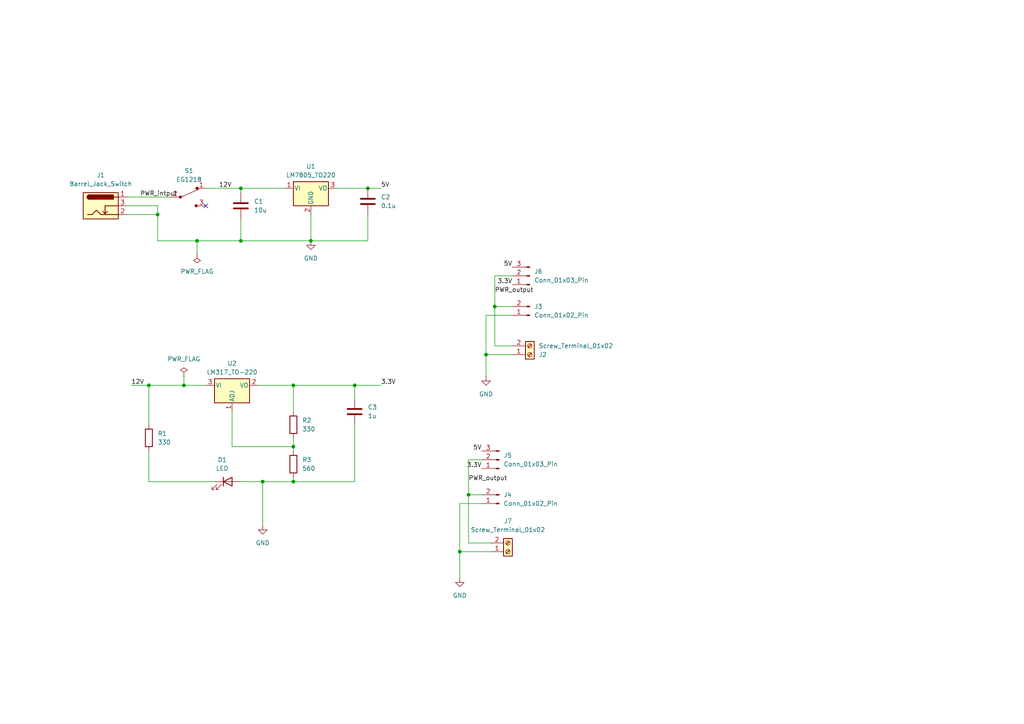
<source format=kicad_sch>
(kicad_sch (version 20250114) (generator "eeschema") (generator_version "9.0")
  (paper "A4")
  (lib_symbols
    (symbol "Connector:Barrel_Jack_Switch" (pin_names (hide yes))
      (property "Reference" "J" (at 0 5.334 0))
      (property "Value" "Barrel_Jack_Switch" (at 0 -5.08 0))
      (symbol "Barrel_Jack_Switch_0_1"
        (rectangle (start -5.08 3.81) (end 5.08 -3.81) (stroke (width 0.254)) (fill (type background)))
        (polyline (pts (xy -3.81 -2.54) (xy -2.54 -2.54) (xy -1.27 -1.27) (xy 0 -2.54) (xy 2.54 -2.54) (xy 5.08 -2.54)) (stroke (width 0.254)))
        (arc (start -3.302 1.905) (mid -3.9343 2.54) (end -3.302 3.175) (stroke (width 0.254)))
        (arc (start -3.302 1.905) (mid -3.9343 2.54) (end -3.302 3.175) (stroke (width 0.254)) (fill (type outline)))
        (polyline (pts (xy 1.27 -2.286) (xy 1.905 -1.651)) (stroke (width 0.254)))
        (rectangle (start 3.683 3.175) (end -3.302 1.905) (stroke (width 0.254)) (fill (type outline)))
        (polyline (pts (xy 5.08 2.54) (xy 3.81 2.54)) (stroke (width 0.254)))
        (polyline (pts (xy 5.08 0) (xy 1.27 0) (xy 1.27 -2.286) (xy 0.635 -1.651)) (stroke (width 0.254)))
      )
      (symbol "Barrel_Jack_Switch_1_1"
        (pin passive line (at 7.62 2.54 180) (length 2.54) (name "~") (number "1"))
        (pin passive line (at 7.62 0 180) (length 2.54) (name "~") (number "3"))
        (pin passive line (at 7.62 -2.54 180) (length 2.54) (name "~") (number "2"))
      )
    )
    (symbol "Connector:Conn_01x02_Pin" (pin_names (offset 1.016) (hide yes))
      (property "Reference" "J" (at 0 2.54 0))
      (property "Value" "Conn_01x02_Pin" (at 0 -5.08 0))
      (symbol "Conn_01x02_Pin_1_1"
        (rectangle (start 0.8636 0.127) (end 0 -0.127) (stroke (width 0.1524)) (fill (type outline)))
        (rectangle (start 0.8636 -2.413) (end 0 -2.667) (stroke (width 0.1524)) (fill (type outline)))
        (polyline (pts (xy 1.27 0) (xy 0.8636 0)) (stroke (width 0.1524)))
        (polyline (pts (xy 1.27 -2.54) (xy 0.8636 -2.54)) (stroke (width 0.1524)))
        (pin passive line (at 5.08 0 180) (length 3.81) (name "Pin_1") (number "1"))
        (pin passive line (at 5.08 -2.54 180) (length 3.81) (name "Pin_2") (number "2"))
      )
    )
    (symbol "Connector:Conn_01x03_Pin" (pin_names (offset 1.016) (hide yes))
      (property "Reference" "J" (at 0 5.08 0))
      (property "Value" "Conn_01x03_Pin" (at 0 -5.08 0))
      (symbol "Conn_01x03_Pin_1_1"
        (rectangle (start 0.8636 2.667) (end 0 2.413) (stroke (width 0.1524)) (fill (type outline)))
        (rectangle (start 0.8636 0.127) (end 0 -0.127) (stroke (width 0.1524)) (fill (type outline)))
        (rectangle (start 0.8636 -2.413) (end 0 -2.667) (stroke (width 0.1524)) (fill (type outline)))
        (polyline (pts (xy 1.27 2.54) (xy 0.8636 2.54)) (stroke (width 0.1524)))
        (polyline (pts (xy 1.27 0) (xy 0.8636 0)) (stroke (width 0.1524)))
        (polyline (pts (xy 1.27 -2.54) (xy 0.8636 -2.54)) (stroke (width 0.1524)))
        (pin passive line (at 5.08 2.54 180) (length 3.81) (name "Pin_1") (number "1"))
        (pin passive line (at 5.08 0 180) (length 3.81) (name "Pin_2") (number "2"))
        (pin passive line (at 5.08 -2.54 180) (length 3.81) (name "Pin_3") (number "3"))
      )
    )
    (symbol "Connector:Screw_Terminal_01x02" (pin_names (offset 1.016) (hide yes))
      (property "Reference" "J" (at 0 2.54 0))
      (property "Value" "Screw_Terminal_01x02" (at 0 -5.08 0))
      (symbol "Screw_Terminal_01x02_1_1"
        (rectangle (start -1.27 1.27) (end 1.27 -3.81) (stroke (width 0.254)) (fill (type background)))
        (polyline (pts (xy -0.5334 0.3302) (xy 0.3302 -0.508)) (stroke (width 0.1524)))
        (polyline (pts (xy -0.5334 -2.2098) (xy 0.3302 -3.048)) (stroke (width 0.1524)))
        (polyline (pts (xy -0.3556 0.508) (xy 0.508 -0.3302)) (stroke (width 0.1524)))
        (polyline (pts (xy -0.3556 -2.032) (xy 0.508 -2.8702)) (stroke (width 0.1524)))
        (circle (center 0 0) (radius 0.635) (stroke (width 0.1524)))
        (circle (center 0 -2.54) (radius 0.635) (stroke (width 0.1524)))
        (pin passive line (at -5.08 0 0) (length 3.81) (name "Pin_1") (number "1"))
        (pin passive line (at -5.08 -2.54 0) (length 3.81) (name "Pin_2") (number "2"))
      )
    )
    (symbol "Device:C" (pin_numbers (hide yes)) (pin_names (offset 0.254))
      (property "Reference" "C" (at 0.635 2.54 0))
      (property "Value" "C" (at 0.635 -2.54 0))
      (symbol "C_0_1"
        (polyline (pts (xy -2.032 0.762) (xy 2.032 0.762)) (stroke (width 0.508)))
        (polyline (pts (xy -2.032 -0.762) (xy 2.032 -0.762)) (stroke (width 0.508)))
      )
      (symbol "C_1_1"
        (pin passive line (at 0 3.81 270) (length 2.794) (name "~") (number "1"))
        (pin passive line (at 0 -3.81 90) (length 2.794) (name "~") (number "2"))
      )
    )
    (symbol "Device:LED" (pin_numbers (hide yes)) (pin_names (offset 1.016) (hide yes))
      (property "Reference" "D" (at 0 2.54 0))
      (property "Value" "LED" (at 0 -2.54 0))
      (symbol "LED_0_1"
        (polyline (pts (xy -3.048 -0.762) (xy -4.572 -2.286) (xy -3.81 -2.286) (xy -4.572 -2.286) (xy -4.572 -1.524)))
        (polyline (pts (xy -1.778 -0.762) (xy -3.302 -2.286) (xy -2.54 -2.286) (xy -3.302 -2.286) (xy -3.302 -1.524)))
        (polyline (pts (xy -1.27 0) (xy 1.27 0)))
        (polyline (pts (xy -1.27 -1.27) (xy -1.27 1.27)) (stroke (width 0.254)))
        (polyline (pts (xy 1.27 -1.27) (xy 1.27 1.27) (xy -1.27 0) (xy 1.27 -1.27)) (stroke (width 0.254)))
      )
      (symbol "LED_1_1"
        (pin passive line (at -3.81 0 0) (length 2.54) (name "K") (number "1"))
        (pin passive line (at 3.81 0 180) (length 2.54) (name "A") (number "2"))
      )
    )
    (symbol "Device:R" (pin_numbers (hide yes)) (pin_names (offset 0))
      (property "Reference" "R" (at 2.032 0 90))
      (property "Value" "R" (at 0 0 90))
      (symbol "R_0_1"
        (rectangle (start -1.016 -2.54) (end 1.016 2.54) (stroke (width 0.254)))
      )
      (symbol "R_1_1"
        (pin passive line (at 0 3.81 270) (length 1.27) (name "~") (number "1"))
        (pin passive line (at 0 -3.81 90) (length 1.27) (name "~") (number "2"))
      )
    )
    (symbol "Regulator_Linear:LM317_TO-220" (pin_names (offset 0.254))
      (property "Reference" "U" (at -3.81 3.175 0))
      (property "Value" "LM317_TO-220" (at 0 3.175 0))
      (symbol "LM317_TO-220_0_1"
        (rectangle (start -5.08 1.905) (end 5.08 -5.08) (stroke (width 0.254)) (fill (type background)))
      )
      (symbol "LM317_TO-220_1_1"
        (pin power_in line (at -7.62 0 0) (length 2.54) (name "VI") (number "3"))
        (pin input line (at 0 -7.62 90) (length 2.54) (name "ADJ") (number "1"))
        (pin power_out line (at 7.62 0 180) (length 2.54) (name "VO") (number "2"))
      )
    )
    (symbol "Regulator_Linear:LM7805_TO220" (pin_names (offset 0.254))
      (property "Reference" "U" (at -3.81 3.175 0))
      (property "Value" "LM7805_TO220" (at 0 3.175 0))
      (symbol "LM7805_TO220_0_1"
        (rectangle (start -5.08 1.905) (end 5.08 -5.08) (stroke (width 0.254)) (fill (type background)))
      )
      (symbol "LM7805_TO220_1_1"
        (pin power_in line (at -7.62 0 0) (length 2.54) (name "VI") (number "1"))
        (pin power_in line (at 0 -7.62 90) (length 2.54) (name "GND") (number "2"))
        (pin power_out line (at 7.62 0 180) (length 2.54) (name "VO") (number "3"))
      )
    )
    (symbol "dk_Slide-Switches:EG1218" (pin_names (offset 0))
      (property "Reference" "S" (at -3.81 2.286 0))
      (property "Value" "EG1218" (at 0 -5.334 0))
      (symbol "EG1218_0_1"
        (circle (center -2.286 0) (radius 0.3556) (fill (type outline)))
        (polyline (pts (xy -2.032 0) (xy 3.048 2.286)))
        (circle (center 2.286 -2.54) (radius 0.3556) (fill (type outline)))
        (circle (center 2.54 2.54) (radius 0.3556) (fill (type outline)))
      )
      (symbol "EG1218_1_1"
        (pin passive line (at -5.08 0 0) (length 2.54) (name "~") (number "2"))
        (pin passive line (at 5.08 2.54 180) (length 2.54) (name "~") (number "1"))
        (pin passive line (at 5.08 -2.54 180) (length 2.54) (name "~") (number "3"))
      )
    )
    (symbol "power:GND" (power) (pin_numbers (hide yes)) (pin_names (offset 0) (hide yes))
      (property "Value" "GND" (at 0 -3.81 0))
      (symbol "GND_0_1"
        (polyline (pts (xy 0 0) (xy 0 -1.27) (xy 1.27 -1.27) (xy 0 -2.54) (xy -1.27 -1.27) (xy 0 -1.27)))
      )
      (symbol "GND_1_1"
        (pin power_in line (at 0 0 270) (length 0) (name "~") (number "1"))
      )
    )
    (symbol "power:PWR_FLAG" (power) (pin_numbers (hide yes)) (pin_names (offset 0) (hide yes))
      (property "Value" "PWR_FLAG" (at 0 3.81 0))
      (symbol "PWR_FLAG_0_0"
        (pin power_out line (at 0 0 90) (length 0) (name "~") (number "1"))
      )
      (symbol "PWR_FLAG_0_1"
        (polyline (pts (xy 0 0) (xy 0 1.27) (xy -1.016 1.905) (xy 0 2.54) (xy 1.016 1.905) (xy 0 1.27)))
      )
    )
  )
  (junction (at 76.2 139.7))
  (junction (at 43.18 111.76))
  (junction (at 85.09 129.54))
  (junction (at 143.51 88.9))
  (junction (at 57.15 69.85))
  (junction (at 106.68 54.61))
  (junction (at 90.17 69.85))
  (junction (at 85.09 111.76))
  (junction (at 45.72 62.23))
  (junction (at 102.87 111.76))
  (junction (at 53.34 111.76))
  (junction (at 133.35 160.02))
  (junction (at 85.09 139.7))
  (junction (at 135.89 143.51))
  (junction (at 69.85 69.85))
  (junction (at 140.97 102.87))
  (junction (at 69.85 54.61))
  (no_connect (at 59.69 59.69))
  (wire (pts (xy 133.35 160.02) (xy 133.35 167.64)))
  (wire (pts (xy 90.17 62.23) (xy 90.17 69.85)))
  (wire (pts (xy 85.09 111.76) (xy 102.87 111.76)))
  (wire (pts (xy 36.83 57.15) (xy 49.53 57.15)))
  (wire (pts (xy 57.15 73.66) (xy 57.15 69.85)))
  (wire (pts (xy 69.85 69.85) (xy 69.85 63.5)))
  (wire (pts (xy 85.09 129.54) (xy 85.09 130.81)))
  (wire (pts (xy 106.68 54.61) (xy 110.49 54.61)))
  (wire (pts (xy 69.85 54.61) (xy 69.85 55.88)))
  (wire (pts (xy 69.85 69.85) (xy 90.17 69.85)))
  (wire (pts (xy 45.72 69.85) (xy 57.15 69.85)))
  (wire (pts (xy 139.7 146.05) (xy 133.35 146.05)))
  (wire (pts (xy 43.18 139.7) (xy 62.23 139.7)))
  (wire (pts (xy 97.79 54.61) (xy 106.68 54.61)))
  (wire (pts (xy 43.18 123.19) (xy 43.18 111.76)))
  (wire (pts (xy 85.09 138.43) (xy 85.09 139.7)))
  (wire (pts (xy 85.09 111.76) (xy 85.09 119.38)))
  (wire (pts (xy 148.59 91.44) (xy 140.97 91.44)))
  (wire (pts (xy 140.97 102.87) (xy 140.97 109.22)))
  (wire (pts (xy 148.59 100.33) (xy 143.51 100.33)))
  (wire (pts (xy 102.87 111.76) (xy 110.49 111.76)))
  (wire (pts (xy 69.85 139.7) (xy 76.2 139.7)))
  (wire (pts (xy 53.34 111.76) (xy 59.69 111.76)))
  (wire (pts (xy 85.09 139.7) (xy 102.87 139.7)))
  (wire (pts (xy 106.68 69.85) (xy 90.17 69.85)))
  (wire (pts (xy 143.51 100.33) (xy 143.51 88.9)))
  (wire (pts (xy 135.89 143.51) (xy 139.7 143.51)))
  (wire (pts (xy 143.51 80.01) (xy 148.59 80.01)))
  (wire (pts (xy 38.1 111.76) (xy 43.18 111.76)))
  (wire (pts (xy 102.87 111.76) (xy 102.87 115.57)))
  (wire (pts (xy 140.97 91.44) (xy 140.97 102.87)))
  (wire (pts (xy 36.83 62.23) (xy 45.72 62.23)))
  (wire (pts (xy 76.2 139.7) (xy 76.2 152.4)))
  (wire (pts (xy 135.89 133.35) (xy 135.89 143.51)))
  (wire (pts (xy 45.72 59.69) (xy 45.72 62.23)))
  (wire (pts (xy 148.59 102.87) (xy 140.97 102.87)))
  (wire (pts (xy 102.87 139.7) (xy 102.87 123.19)))
  (wire (pts (xy 53.34 109.22) (xy 53.34 111.76)))
  (wire (pts (xy 139.7 133.35) (xy 135.89 133.35)))
  (wire (pts (xy 57.15 69.85) (xy 69.85 69.85)))
  (wire (pts (xy 143.51 88.9) (xy 148.59 88.9)))
  (wire (pts (xy 69.85 54.61) (xy 82.55 54.61)))
  (wire (pts (xy 74.93 111.76) (xy 85.09 111.76)))
  (wire (pts (xy 106.68 62.23) (xy 106.68 69.85)))
  (wire (pts (xy 43.18 130.81) (xy 43.18 139.7)))
  (wire (pts (xy 45.72 62.23) (xy 45.72 69.85)))
  (wire (pts (xy 67.31 129.54) (xy 85.09 129.54)))
  (wire (pts (xy 135.89 157.48) (xy 135.89 143.51)))
  (wire (pts (xy 59.69 54.61) (xy 69.85 54.61)))
  (wire (pts (xy 67.31 119.38) (xy 67.31 129.54)))
  (wire (pts (xy 142.24 160.02) (xy 133.35 160.02)))
  (wire (pts (xy 43.18 111.76) (xy 53.34 111.76)))
  (wire (pts (xy 76.2 139.7) (xy 85.09 139.7)))
  (wire (pts (xy 85.09 127) (xy 85.09 129.54)))
  (wire (pts (xy 36.83 59.69) (xy 45.72 59.69)))
  (wire (pts (xy 143.51 88.9) (xy 143.51 80.01)))
  (wire (pts (xy 142.24 157.48) (xy 135.89 157.48)))
  (wire (pts (xy 133.35 146.05) (xy 133.35 160.02)))
  (label "12V" (at 38.1 111.76 0))
  (label "3.3V" (at 110.49 111.76 0))
  (label "3.3V" (at 139.7 135.89 180))
  (label "12V" (at 63.5 54.61 0))
  (label "3.3V" (at 148.59 82.55 180))
  (label "PWR_intput" (at 40.64 57.15 0))
  (label "5V" (at 148.59 77.47 180))
  (label "PWR_output" (at 135.89 139.7 0))
  (label "5V" (at 139.7 130.81 180))
  (label "5V" (at 110.49 54.61 0))
  (label "PWR_output" (at 143.51 85.09 0))
  (symbol (lib_id "Connector:Conn_01x02_Pin") (at 153.67 91.44 180) (unit 1)
    (property "Reference" "J3" (at 154.94 88.8999 0) (effects (justify right)))
    (property "Value" "Conn_01x02_Pin" (at 154.94 91.4399 0) (effects (justify right)))
    (property "Footprint" "Connector_PinHeader_2.54mm:PinHeader_1x02_P2.54mm_Vertical" (effects (hide yes)))
    (property "Description" "Generic connector, single row, 01x02, script generated" (effects (hide yes)))
  )
  (symbol (lib_id "Connector:Conn_01x03_Pin") (at 144.78 133.35 180) (unit 1)
    (property "Reference" "J5" (at 146.05 132.0799 0) (effects (justify right)))
    (property "Value" "Conn_01x03_Pin" (at 146.05 134.6199 0) (effects (justify right)))
    (property "Footprint" "Connector_PinHeader_2.54mm:PinHeader_1x03_P2.54mm_Vertical" (effects (hide yes)))
    (property "Description" "Generic connector, single row, 01x03, script generated" (effects (hide yes)))
  )
  (symbol (lib_id "power:PWR_FLAG") (at 57.15 73.66 180) (unit 1)
    (property "Reference" "#FLG01" (effects (hide yes)))
    (property "Value" "PWR_FLAG" (at 57.15 78.74 0))
    (property "Description" "Special symbol for telling ERC where power comes from" (effects (hide yes)))
  )
  (symbol (lib_id "Regulator_Linear:LM317_TO-220") (at 67.31 111.76 0) (unit 1)
    (property "Reference" "U2" (at 67.31 105.41 0))
    (property "Value" "LM317_TO-220" (at 67.31 107.95 0))
    (property "Footprint" "Package_TO_SOT_THT:TO-220-3_Vertical" (effects (hide yes)))
    (property "Datasheet" "http://www.ti.com/lit/ds/symlink/lm317.pdf" (effects (hide yes)))
    (property "Description" "1.5A 35V Adjustable Linear Regulator, TO-220" (effects (hide yes)))
  )
  (symbol (lib_id "Connector:Conn_01x03_Pin") (at 153.67 80.01 180) (unit 1)
    (property "Reference" "J6" (at 154.94 78.7399 0) (effects (justify right)))
    (property "Value" "Conn_01x03_Pin" (at 154.94 81.2799 0) (effects (justify right)))
    (property "Footprint" "Connector_PinHeader_2.54mm:PinHeader_1x03_P2.54mm_Vertical" (effects (hide yes)))
    (property "Description" "Generic connector, single row, 01x03, script generated" (effects (hide yes)))
  )
  (symbol (lib_id "Connector:Barrel_Jack_Switch") (at 29.21 59.69 0) (unit 1)
    (property "Reference" "J1" (at 29.21 50.8 0))
    (property "Value" "Barrel_Jack_Switch" (at 29.21 53.34 0))
    (property "Footprint" "Connector_BarrelJack:BarrelJack_Horizontal" (effects (hide yes)))
    (property "Description" "DC Barrel Jack with an internal switch" (effects (hide yes)))
  )
  (symbol (lib_id "power:GND") (at 90.17 69.85 0) (unit 1)
    (property "Reference" "#PWR01" (effects (hide yes)))
    (property "Value" "GND" (at 90.17 74.93 0))
    (property "Description" "Power symbol creates a global label with name \"GND\" , ground" (effects (hide yes)))
  )
  (symbol (lib_id "Regulator_Linear:LM7805_TO220") (at 90.17 54.61 0) (unit 1)
    (property "Reference" "U1" (at 90.17 48.26 0))
    (property "Value" "LM7805_TO220" (at 90.17 50.8 0))
    (property "Footprint" "Package_TO_SOT_THT:TO-220-3_Vertical" (effects (hide yes)))
    (property "Datasheet" "https://www.onsemi.cn/PowerSolutions/document/MC7800-D.PDF" (effects (hide yes)))
    (property "Description" "Positive 1A 35V Linear Regulator, Fixed Output 5V, TO-220" (effects (hide yes)))
  )
  (symbol (lib_id "Connector:Conn_01x02_Pin") (at 144.78 146.05 180) (unit 1)
    (property "Reference" "J4" (at 146.05 143.5099 0) (effects (justify right)))
    (property "Value" "Conn_01x02_Pin" (at 146.05 146.0499 0) (effects (justify right)))
    (property "Footprint" "Connector_PinHeader_2.54mm:PinHeader_1x02_P2.54mm_Vertical" (effects (hide yes)))
    (property "Description" "Generic connector, single row, 01x02, script generated" (effects (hide yes)))
  )
  (symbol (lib_id "dk_Slide-Switches:EG1218") (at 54.61 57.15 0) (unit 1)
    (property "Reference" "S1" (at 54.8132 49.53 0))
    (property "Value" "EG1218" (at 54.8132 52.07 0))
    (property "Footprint" "digikey-footprints:Switch_Slide_11.6x4mm_EG1218" (effects (hide yes)))
    (property "Datasheet" "http://spec_sheets.e-switch.com/specs/P040040.pdf" (effects (hide yes)))
    (property "Description" "SWITCH SLIDE SPDT 200MA 30V" (effects (hide yes)))
    (property "Digi-Key_PN" "EG1903-ND" (effects (hide yes)))
    (property "MPN" "EG1218" (effects (hide yes)))
    (property "Category" "Switches" (effects (hide yes)))
    (property "Family" "Slide Switches" (effects (hide yes)))
    (property "DK_Datasheet_Link" "http://spec_sheets.e-switch.com/specs/P040040.pdf" (effects (hide yes)))
    (property "DK_Detail_Page" "/product-detail/en/e-switch/EG1218/EG1903-ND/101726" (effects (hide yes)))
    (property "Description_1" "SWITCH SLIDE SPDT 200MA 30V" (effects (hide yes)))
    (property "Manufacturer" "E-Switch" (effects (hide yes)))
    (property "Status" "Active" (effects (hide yes)))
  )
  (symbol (lib_id "Device:C") (at 102.87 119.38 0) (unit 1)
    (property "Reference" "C3" (at 106.68 118.1099 0) (effects (justify left)))
    (property "Value" "1u" (at 106.68 120.6499 0) (effects (justify left)))
    (property "Footprint" "Capacitor_THT:C_Disc_D3.0mm_W1.6mm_P2.50mm" (effects (hide yes)))
    (property "Description" "Unpolarized capacitor" (effects (hide yes)))
  )
  (symbol (lib_id "Device:R") (at 43.18 127 0) (unit 1)
    (property "Reference" "R1" (at 45.72 125.7299 0) (effects (justify left)))
    (property "Value" "330" (at 45.72 128.27 0) (effects (justify left)))
    (property "Footprint" "Resistor_THT:R_Axial_DIN0204_L3.6mm_D1.6mm_P7.62mm_Horizontal" (effects (hide yes)))
    (property "Description" "Resistor" (effects (hide yes)))
  )
  (symbol (lib_id "power:GND") (at 140.97 109.22 0) (unit 1)
    (property "Reference" "#PWR03" (effects (hide yes)))
    (property "Value" "GND" (at 140.97 114.3 0))
    (property "Description" "Power symbol creates a global label with name \"GND\" , ground" (effects (hide yes)))
  )
  (symbol (lib_id "power:GND") (at 133.35 167.64 0) (unit 1)
    (property "Reference" "#PWR04" (effects (hide yes)))
    (property "Value" "GND" (at 133.35 172.72 0))
    (property "Description" "Power symbol creates a global label with name \"GND\" , ground" (effects (hide yes)))
  )
  (symbol (lib_id "Device:C") (at 69.85 59.69 0) (unit 1)
    (property "Reference" "C1" (at 73.66 58.4199 0) (effects (justify left)))
    (property "Value" "10u" (at 73.66 60.9599 0) (effects (justify left)))
    (property "Footprint" "Capacitor_THT:C_Disc_D3.0mm_W1.6mm_P2.50mm" (effects (hide yes)))
    (property "Description" "Unpolarized capacitor" (effects (hide yes)))
  )
  (symbol (lib_id "Device:R") (at 85.09 134.62 0) (unit 1)
    (property "Reference" "R3" (at 87.63 133.3499 0) (effects (justify left)))
    (property "Value" "560" (at 87.63 135.8899 0) (effects (justify left)))
    (property "Footprint" "Resistor_THT:R_Axial_DIN0204_L3.6mm_D1.6mm_P7.62mm_Horizontal" (effects (hide yes)))
    (property "Description" "Resistor" (effects (hide yes)))
  )
  (symbol (lib_id "Connector:Screw_Terminal_01x02") (at 147.32 160.02 0) (mirror x) (unit 1)
    (property "Reference" "J7" (at 147.32 151.13 0))
    (property "Value" "Screw_Terminal_01x02" (at 147.32 153.67 0))
    (property "Footprint" "TerminalBlock:TerminalBlock_bornier-2_P5.08mm" (effects (hide yes)))
    (property "Description" "Generic screw terminal, single row, 01x02, script generated (kicad-library-utils/schlib/autogen/connector/)" (effects (hide yes)))
  )
  (symbol (lib_id "Device:C") (at 106.68 58.42 0) (unit 1)
    (property "Reference" "C2" (at 110.49 57.1499 0) (effects (justify left)))
    (property "Value" "0.1u" (at 110.49 59.6899 0) (effects (justify left)))
    (property "Footprint" "Capacitor_THT:C_Disc_D3.0mm_W1.6mm_P2.50mm" (effects (hide yes)))
    (property "Description" "Unpolarized capacitor" (effects (hide yes)))
  )
  (symbol (lib_id "Device:LED") (at 66.04 139.7 0) (unit 1)
    (property "Reference" "D1" (at 64.4525 133.35 0))
    (property "Value" "LED" (at 64.4525 135.89 0))
    (property "Footprint" "LED_THT:LED_D5.0mm_Clear" (effects (hide yes)))
    (property "Description" "Light emitting diode" (effects (hide yes)))
    (property "Sim.Pins" "1=K 2=A" (effects (hide yes)))
  )
  (symbol (lib_id "power:GND") (at 76.2 152.4 0) (unit 1)
    (property "Reference" "#PWR02" (effects (hide yes)))
    (property "Value" "GND" (at 76.2 157.48 0))
    (property "Description" "Power symbol creates a global label with name \"GND\" , ground" (effects (hide yes)))
  )
  (symbol (lib_id "Connector:Screw_Terminal_01x02") (at 153.67 102.87 0) (mirror x) (unit 1)
    (property "Reference" "J2" (at 156.21 102.8701 0) (effects (justify left)))
    (property "Value" "Screw_Terminal_01x02" (at 156.21 100.3301 0) (effects (justify left)))
    (property "Footprint" "TerminalBlock:TerminalBlock_bornier-2_P5.08mm" (effects (hide yes)))
    (property "Description" "Generic screw terminal, single row, 01x02, script generated (kicad-library-utils/schlib/autogen/connector/)" (effects (hide yes)))
  )
  (symbol (lib_id "power:PWR_FLAG") (at 53.34 109.22 0) (unit 1)
    (property "Reference" "#FLG02" (effects (hide yes)))
    (property "Value" "PWR_FLAG" (at 53.34 104.14 0))
    (property "Description" "Special symbol for telling ERC where power comes from" (effects (hide yes)))
  )
  (symbol (lib_id "Device:R") (at 85.09 123.19 0) (unit 1)
    (property "Reference" "R2" (at 87.63 121.9199 0) (effects (justify left)))
    (property "Value" "330" (at 87.63 124.4599 0) (effects (justify left)))
    (property "Footprint" "Resistor_THT:R_Axial_DIN0204_L3.6mm_D1.6mm_P7.62mm_Horizontal" (effects (hide yes)))
    (property "Description" "Resistor" (effects (hide yes)))
  )
)
</source>
